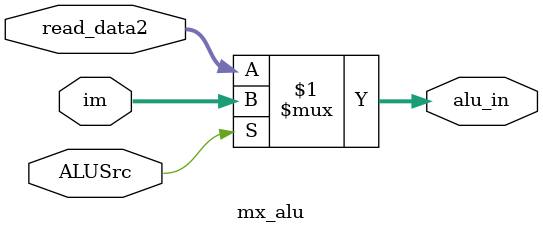
<source format=sv>

module mx_alu(
    input logic [31:0] read_data2,im,
    input logic ALUSrc,  //control  signal ( decider)
    output logic [31:0] alu_in
);

    assign alu_in = (ALUSrc) ? im:read_data2;

endmodule



// ALUSrc true - >  im
// ALUSrc false -> from register
</source>
